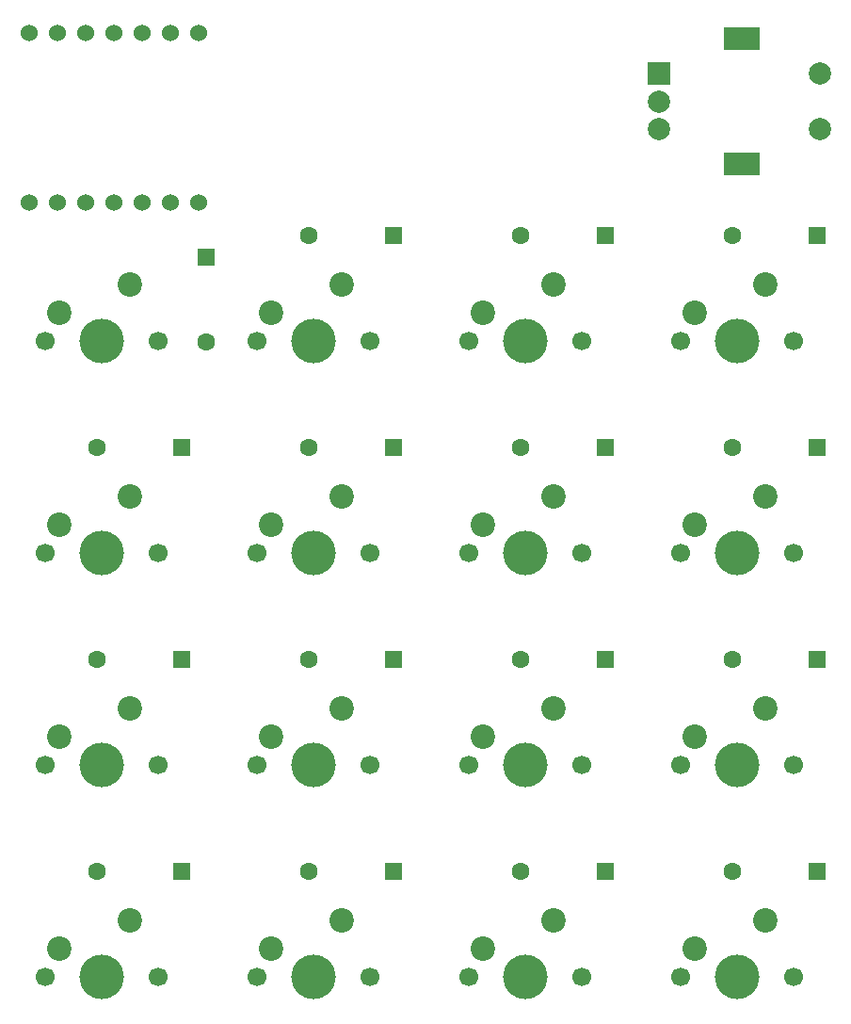
<source format=gbr>
%TF.GenerationSoftware,KiCad,Pcbnew,9.0.6*%
%TF.CreationDate,2025-12-17T16:24:02+01:00*%
%TF.ProjectId,numpad,6e756d70-6164-42e6-9b69-6361645f7063,rev?*%
%TF.SameCoordinates,Original*%
%TF.FileFunction,Soldermask,Bot*%
%TF.FilePolarity,Negative*%
%FSLAX46Y46*%
G04 Gerber Fmt 4.6, Leading zero omitted, Abs format (unit mm)*
G04 Created by KiCad (PCBNEW 9.0.6) date 2025-12-17 16:24:02*
%MOMM*%
%LPD*%
G01*
G04 APERTURE LIST*
G04 Aperture macros list*
%AMRoundRect*
0 Rectangle with rounded corners*
0 $1 Rounding radius*
0 $2 $3 $4 $5 $6 $7 $8 $9 X,Y pos of 4 corners*
0 Add a 4 corners polygon primitive as box body*
4,1,4,$2,$3,$4,$5,$6,$7,$8,$9,$2,$3,0*
0 Add four circle primitives for the rounded corners*
1,1,$1+$1,$2,$3*
1,1,$1+$1,$4,$5*
1,1,$1+$1,$6,$7*
1,1,$1+$1,$8,$9*
0 Add four rect primitives between the rounded corners*
20,1,$1+$1,$2,$3,$4,$5,0*
20,1,$1+$1,$4,$5,$6,$7,0*
20,1,$1+$1,$6,$7,$8,$9,0*
20,1,$1+$1,$8,$9,$2,$3,0*%
G04 Aperture macros list end*
%ADD10RoundRect,0.250000X0.550000X0.550000X-0.550000X0.550000X-0.550000X-0.550000X0.550000X-0.550000X0*%
%ADD11C,1.600000*%
%ADD12C,1.700000*%
%ADD13C,4.000000*%
%ADD14C,2.200000*%
%ADD15RoundRect,0.250000X-0.550000X0.550000X-0.550000X-0.550000X0.550000X-0.550000X0.550000X0.550000X0*%
%ADD16C,1.524000*%
%ADD17R,2.000000X2.000000*%
%ADD18C,2.000000*%
%ADD19R,3.200000X2.000000*%
G04 APERTURE END LIST*
D10*
%TO.C,D1*%
X87788750Y-88106250D03*
D11*
X80168750Y-88106250D03*
%TD*%
D10*
%TO.C,D9*%
X144938750Y-107156250D03*
D11*
X137318750Y-107156250D03*
%TD*%
D12*
%TO.C,SW6*%
X113665000Y-135731250D03*
D13*
X118745000Y-135731250D03*
D12*
X123825000Y-135731250D03*
D14*
X121285000Y-130651250D03*
X114935000Y-133191250D03*
%TD*%
D10*
%TO.C,D11*%
X87788750Y-107156250D03*
D11*
X80168750Y-107156250D03*
%TD*%
D10*
%TO.C,D6*%
X125888750Y-107156250D03*
D11*
X118268750Y-107156250D03*
%TD*%
D10*
%TO.C,D15*%
X125888750Y-69056250D03*
D11*
X118268750Y-69056250D03*
%TD*%
D10*
%TO.C,D4*%
X106838750Y-126206250D03*
D11*
X99218750Y-126206250D03*
%TD*%
D12*
%TO.C,SW16*%
X132715000Y-78581250D03*
D13*
X137795000Y-78581250D03*
D12*
X142875000Y-78581250D03*
D14*
X140335000Y-73501250D03*
X133985000Y-76041250D03*
%TD*%
D10*
%TO.C,D10*%
X144938750Y-126206250D03*
D11*
X137318750Y-126206250D03*
%TD*%
D12*
%TO.C,SW4*%
X113665000Y-97631250D03*
D13*
X118745000Y-97631250D03*
D12*
X123825000Y-97631250D03*
D14*
X121285000Y-92551250D03*
X114935000Y-95091250D03*
%TD*%
D12*
%TO.C,SW1*%
X94615000Y-97631250D03*
D13*
X99695000Y-97631250D03*
D12*
X104775000Y-97631250D03*
D14*
X102235000Y-92551250D03*
X95885000Y-95091250D03*
%TD*%
D10*
%TO.C,D16*%
X144938750Y-69056250D03*
D11*
X137318750Y-69056250D03*
%TD*%
D15*
%TO.C,D13*%
X90000000Y-71000000D03*
D11*
X90000000Y-78620000D03*
%TD*%
D10*
%TO.C,D12*%
X87788750Y-126206250D03*
D11*
X80168750Y-126206250D03*
%TD*%
D10*
%TO.C,D5*%
X125888750Y-88106250D03*
D11*
X118268750Y-88106250D03*
%TD*%
D12*
%TO.C,SW5*%
X113665000Y-116681250D03*
D13*
X118745000Y-116681250D03*
D12*
X123825000Y-116681250D03*
D14*
X121285000Y-111601250D03*
X114935000Y-114141250D03*
%TD*%
D12*
%TO.C,SW11*%
X75565000Y-116681250D03*
D13*
X80645000Y-116681250D03*
D12*
X85725000Y-116681250D03*
D14*
X83185000Y-111601250D03*
X76835000Y-114141250D03*
%TD*%
D16*
%TO.C,U1*%
X74066400Y-66090800D03*
X76606400Y-66090800D03*
X79146400Y-66090800D03*
X81686400Y-66090800D03*
X84226400Y-66090800D03*
X86766400Y-66090800D03*
X89306400Y-66090800D03*
X89306400Y-50850800D03*
X86766400Y-50850800D03*
X84226400Y-50850800D03*
X81686400Y-50850800D03*
X79146400Y-50850800D03*
X76606400Y-50850800D03*
X74066400Y-50850800D03*
%TD*%
D12*
%TO.C,SW13*%
X75565000Y-78581250D03*
D13*
X80645000Y-78581250D03*
D12*
X85725000Y-78581250D03*
D14*
X83185000Y-73501250D03*
X76835000Y-76041250D03*
%TD*%
D10*
%TO.C,D8*%
X144938750Y-88106250D03*
D11*
X137318750Y-88106250D03*
%TD*%
D10*
%TO.C,D7*%
X125888750Y-126206250D03*
D11*
X118268750Y-126206250D03*
%TD*%
D12*
%TO.C,SW12*%
X75565000Y-135731250D03*
D13*
X80645000Y-135731250D03*
D12*
X85725000Y-135731250D03*
D14*
X83185000Y-130651250D03*
X76835000Y-133191250D03*
%TD*%
D12*
%TO.C,SW9*%
X132715000Y-135731250D03*
D13*
X137795000Y-135731250D03*
D12*
X142875000Y-135731250D03*
D14*
X140335000Y-130651250D03*
X133985000Y-133191250D03*
%TD*%
D12*
%TO.C,SW8*%
X132715000Y-116681250D03*
D13*
X137795000Y-116681250D03*
D12*
X142875000Y-116681250D03*
D14*
X140335000Y-111601250D03*
X133985000Y-114141250D03*
%TD*%
D10*
%TO.C,D2*%
X106838750Y-88106250D03*
D11*
X99218750Y-88106250D03*
%TD*%
D12*
%TO.C,SW3*%
X94615000Y-135731250D03*
D13*
X99695000Y-135731250D03*
D12*
X104775000Y-135731250D03*
D14*
X102235000Y-130651250D03*
X95885000Y-133191250D03*
%TD*%
D12*
%TO.C,SW7*%
X132715000Y-97631250D03*
D13*
X137795000Y-97631250D03*
D12*
X142875000Y-97631250D03*
D14*
X140335000Y-92551250D03*
X133985000Y-95091250D03*
%TD*%
D12*
%TO.C,SW2*%
X94615000Y-116681250D03*
D13*
X99695000Y-116681250D03*
D12*
X104775000Y-116681250D03*
D14*
X102235000Y-111601250D03*
X95885000Y-114141250D03*
%TD*%
D17*
%TO.C,SW17*%
X130737200Y-54500000D03*
D18*
X130737200Y-59500000D03*
X130737200Y-57000000D03*
D19*
X138237200Y-51400000D03*
X138237200Y-62600000D03*
D18*
X145237200Y-59500000D03*
X145237200Y-54500000D03*
%TD*%
D12*
%TO.C,SW14*%
X94615000Y-78581250D03*
D13*
X99695000Y-78581250D03*
D12*
X104775000Y-78581250D03*
D14*
X102235000Y-73501250D03*
X95885000Y-76041250D03*
%TD*%
D12*
%TO.C,SW15*%
X113665000Y-78581250D03*
D13*
X118745000Y-78581250D03*
D12*
X123825000Y-78581250D03*
D14*
X121285000Y-73501250D03*
X114935000Y-76041250D03*
%TD*%
D12*
%TO.C,SW10*%
X75565000Y-97631250D03*
D13*
X80645000Y-97631250D03*
D12*
X85725000Y-97631250D03*
D14*
X83185000Y-92551250D03*
X76835000Y-95091250D03*
%TD*%
D10*
%TO.C,D3*%
X106838750Y-107156250D03*
D11*
X99218750Y-107156250D03*
%TD*%
D10*
%TO.C,D14*%
X106838750Y-69056250D03*
D11*
X99218750Y-69056250D03*
%TD*%
M02*

</source>
